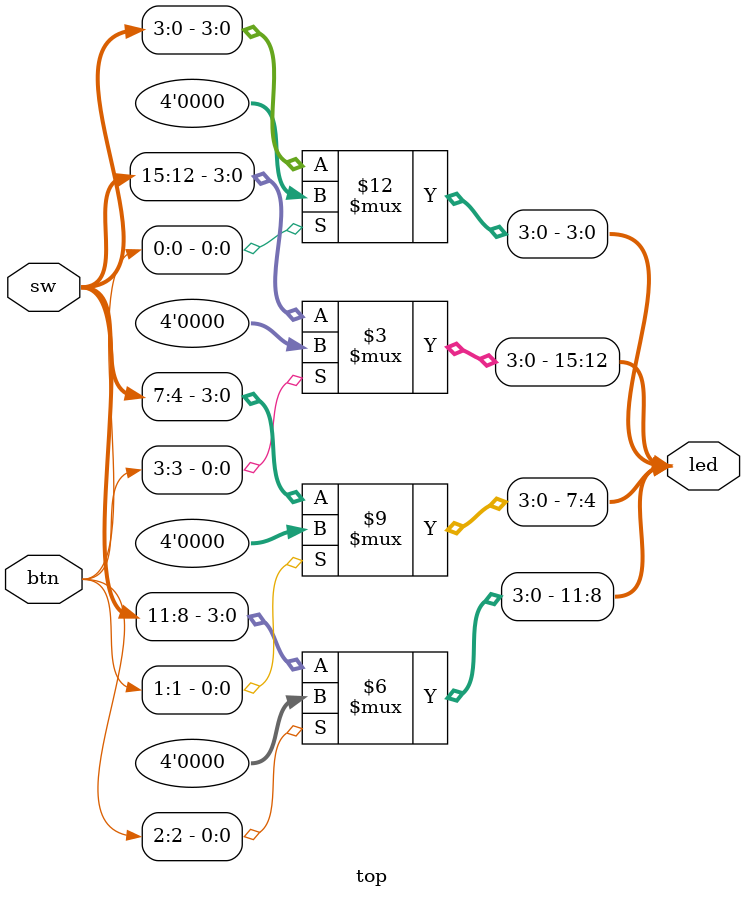
<source format=sv>
`timescale 1ns / 1ps

module top( //modulo top con los tres componetes nesesarios a usar
    input  wire [15:0] sw, //nombres para las FPGA
    input  wire [3:0]  btn,
    output reg  [15:0] led);
    always @(*) begin
        // Grupo 0 (sw[3:0])
        if (btn[0])
            led[3:0] = 4'b0000;
        else
            led[3:0] = sw[3:0];
        // Grupo 1 (sw[7:4])
        if (btn[1])
            led[7:4] = 4'b0000;
        else
            led[7:4] = sw[7:4];
        // Grupo 2 (sw[11:8])
        if (btn[2])
            led[11:8] = 4'b0000;
        else
            led[11:8] = sw[11:8];
        // Grupo 3 (sw[15:12])
        if (btn[3])
            led[15:12] = 4'b0000;
        else
            led[15:12] = sw[15:12];
    end
endmodule
</source>
